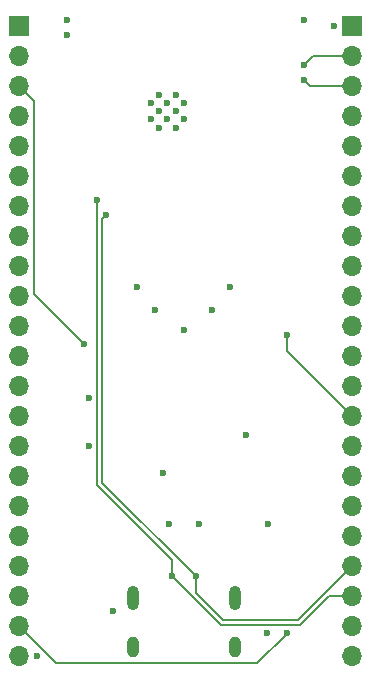
<source format=gbl>
G04 #@! TF.GenerationSoftware,KiCad,Pcbnew,8.0.3*
G04 #@! TF.CreationDate,2024-06-29T14:25:19-04:00*
G04 #@! TF.ProjectId,ESP32-S3-DevBoard,45535033-322d-4533-932d-446576426f61,rev?*
G04 #@! TF.SameCoordinates,Original*
G04 #@! TF.FileFunction,Copper,L4,Bot*
G04 #@! TF.FilePolarity,Positive*
%FSLAX46Y46*%
G04 Gerber Fmt 4.6, Leading zero omitted, Abs format (unit mm)*
G04 Created by KiCad (PCBNEW 8.0.3) date 2024-06-29 14:25:19*
%MOMM*%
%LPD*%
G01*
G04 APERTURE LIST*
G04 #@! TA.AperFunction,HeatsinkPad*
%ADD10C,0.600000*%
G04 #@! TD*
G04 #@! TA.AperFunction,ComponentPad*
%ADD11R,1.700000X1.700000*%
G04 #@! TD*
G04 #@! TA.AperFunction,ComponentPad*
%ADD12O,1.700000X1.700000*%
G04 #@! TD*
G04 #@! TA.AperFunction,ComponentPad*
%ADD13O,1.000000X2.100000*%
G04 #@! TD*
G04 #@! TA.AperFunction,ComponentPad*
%ADD14O,1.000000X1.800000*%
G04 #@! TD*
G04 #@! TA.AperFunction,ViaPad*
%ADD15C,0.600000*%
G04 #@! TD*
G04 #@! TA.AperFunction,Conductor*
%ADD16C,0.200000*%
G04 #@! TD*
G04 APERTURE END LIST*
D10*
X187700000Y-61396000D03*
X187700000Y-62796000D03*
X188400000Y-60696000D03*
X188400000Y-62096000D03*
X188400000Y-63496000D03*
X189100000Y-61396000D03*
X189100000Y-62796000D03*
X189800000Y-60696000D03*
X189800000Y-62096000D03*
X189800000Y-63496000D03*
X190500000Y-61396000D03*
X190500000Y-62796000D03*
D11*
X176530000Y-54864000D03*
D12*
X176530000Y-57404000D03*
X176530000Y-59944000D03*
X176530000Y-62484000D03*
X176530000Y-65024000D03*
X176530000Y-67564000D03*
X176530000Y-70104000D03*
X176530000Y-72644000D03*
X176530000Y-75184000D03*
X176530000Y-77724000D03*
X176530000Y-80264000D03*
X176530000Y-82804000D03*
X176530000Y-85344000D03*
X176530000Y-87884000D03*
X176530000Y-90424000D03*
X176530000Y-92964000D03*
X176530000Y-95504000D03*
X176530000Y-98044000D03*
X176530000Y-100584000D03*
X176530000Y-103124000D03*
X176530000Y-105664000D03*
X176530000Y-108204000D03*
D11*
X204724000Y-54864000D03*
D12*
X204724000Y-57404000D03*
X204724000Y-59944000D03*
X204724000Y-62484000D03*
X204724000Y-65024000D03*
X204724000Y-67564000D03*
X204724000Y-70104000D03*
X204724000Y-72644000D03*
X204724000Y-75184000D03*
X204724000Y-77724000D03*
X204724000Y-80264000D03*
X204724000Y-82804000D03*
X204724000Y-85344000D03*
X204724000Y-87884000D03*
X204724000Y-90424000D03*
X204724000Y-92964000D03*
X204724000Y-95504000D03*
X204724000Y-98044000D03*
X204724000Y-100584000D03*
X204724000Y-103124000D03*
X204724000Y-105664000D03*
X204724000Y-108204000D03*
D13*
X186180000Y-103321000D03*
D14*
X186180000Y-107501000D03*
D13*
X194820000Y-103321000D03*
D14*
X194820000Y-107501000D03*
D15*
X180594000Y-54380000D03*
X188722000Y-92710000D03*
X203200000Y-54864000D03*
X190500000Y-80645000D03*
X197612000Y-97028000D03*
X184531000Y-104394000D03*
X192913000Y-78935000D03*
X178054000Y-108204000D03*
X200660000Y-54380000D03*
X189250000Y-97028000D03*
X188087000Y-78935000D03*
X197511500Y-106299000D03*
X191750000Y-97028000D03*
X182499000Y-90424000D03*
X195721000Y-89521000D03*
X199263000Y-81085000D03*
X182054500Y-81851500D03*
X199236500Y-106299000D03*
X186563000Y-76962000D03*
X194437000Y-76962000D03*
X180594000Y-55650000D03*
X182499000Y-86360000D03*
X200660000Y-59436000D03*
X200660000Y-58166000D03*
X189484000Y-101473000D03*
X183134000Y-69596000D03*
X183896000Y-70885998D03*
X191516000Y-101473000D03*
D16*
X199263000Y-81085000D02*
X199263000Y-82423000D01*
X199263000Y-82423000D02*
X204724000Y-87884000D01*
X177800000Y-61214000D02*
X176530000Y-59944000D01*
X182054500Y-81851500D02*
X177800000Y-77597000D01*
X177800000Y-77597000D02*
X177800000Y-61214000D01*
X196723000Y-108839000D02*
X179705000Y-108839000D01*
X199236500Y-106325500D02*
X196723000Y-108839000D01*
X179705000Y-108839000D02*
X176530000Y-105664000D01*
X199236500Y-106299000D02*
X199236500Y-106325500D01*
X200660000Y-59436000D02*
X201168000Y-59944000D01*
X201168000Y-59944000D02*
X204724000Y-59944000D01*
X200660000Y-58166000D02*
X201422000Y-57404000D01*
X201422000Y-57404000D02*
X204724000Y-57404000D01*
X189484000Y-101473000D02*
X189484000Y-100077397D01*
X183134000Y-93727397D02*
X183134000Y-69596000D01*
X189484000Y-101473000D02*
X193646000Y-105635000D01*
X189484000Y-100077397D02*
X183134000Y-93727397D01*
X202820397Y-103124000D02*
X204724000Y-103124000D01*
X193646000Y-105635000D02*
X200309397Y-105635000D01*
X200309397Y-105635000D02*
X202820397Y-103124000D01*
X191516000Y-102901594D02*
X193799406Y-105185000D01*
X200123000Y-105185000D02*
X204724000Y-100584000D01*
X191516000Y-101473000D02*
X191516000Y-102901594D01*
X183584001Y-71197997D02*
X183896000Y-70885998D01*
X191516000Y-101473000D02*
X183584001Y-93541001D01*
X183584001Y-93541001D02*
X183584001Y-71197997D01*
X193799406Y-105185000D02*
X200123000Y-105185000D01*
M02*

</source>
